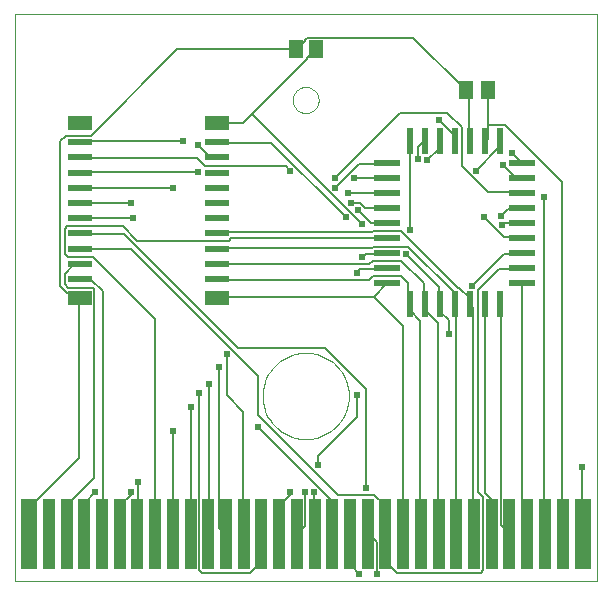
<source format=gtl>
G75*
G70*
%OFA0B0*%
%FSLAX24Y24*%
%IPPOS*%
%LPD*%
%AMOC8*
5,1,8,0,0,1.08239X$1,22.5*
%
%ADD10C,0.0000*%
%ADD11R,0.0787X0.0472*%
%ADD12R,0.0787X0.0236*%
%ADD13R,0.0551X0.2362*%
%ADD14R,0.0394X0.2362*%
%ADD15R,0.0512X0.0630*%
%ADD16R,0.0236X0.0866*%
%ADD17R,0.0866X0.0236*%
%ADD18R,0.0512X0.0591*%
%ADD19C,0.0060*%
%ADD20C,0.0240*%
D10*
X000303Y000269D02*
X019713Y000269D01*
X019713Y019166D01*
X000303Y019166D01*
X000303Y000269D01*
X008571Y006430D02*
X008573Y006505D01*
X008579Y006580D01*
X008589Y006655D01*
X008602Y006729D01*
X008620Y006802D01*
X008641Y006874D01*
X008666Y006945D01*
X008695Y007014D01*
X008728Y007082D01*
X008764Y007148D01*
X008803Y007213D01*
X008845Y007275D01*
X008891Y007334D01*
X008940Y007392D01*
X008992Y007446D01*
X009046Y007498D01*
X009104Y007547D01*
X009163Y007593D01*
X009225Y007635D01*
X009289Y007674D01*
X009356Y007710D01*
X009424Y007743D01*
X009493Y007772D01*
X009564Y007797D01*
X009636Y007818D01*
X009709Y007836D01*
X009783Y007849D01*
X009858Y007859D01*
X009933Y007865D01*
X010008Y007867D01*
X010083Y007865D01*
X010158Y007859D01*
X010233Y007849D01*
X010307Y007836D01*
X010380Y007818D01*
X010452Y007797D01*
X010523Y007772D01*
X010592Y007743D01*
X010660Y007710D01*
X010726Y007674D01*
X010791Y007635D01*
X010853Y007593D01*
X010912Y007547D01*
X010970Y007498D01*
X011024Y007446D01*
X011076Y007392D01*
X011125Y007334D01*
X011171Y007275D01*
X011213Y007213D01*
X011252Y007149D01*
X011288Y007082D01*
X011321Y007014D01*
X011350Y006945D01*
X011375Y006874D01*
X011396Y006802D01*
X011414Y006729D01*
X011427Y006655D01*
X011437Y006580D01*
X011443Y006505D01*
X011445Y006430D01*
X011443Y006355D01*
X011437Y006280D01*
X011427Y006205D01*
X011414Y006131D01*
X011396Y006058D01*
X011375Y005986D01*
X011350Y005915D01*
X011321Y005846D01*
X011288Y005778D01*
X011252Y005712D01*
X011213Y005647D01*
X011171Y005585D01*
X011125Y005526D01*
X011076Y005468D01*
X011024Y005414D01*
X010970Y005362D01*
X010912Y005313D01*
X010853Y005267D01*
X010791Y005225D01*
X010727Y005186D01*
X010660Y005150D01*
X010592Y005117D01*
X010523Y005088D01*
X010452Y005063D01*
X010380Y005042D01*
X010307Y005024D01*
X010233Y005011D01*
X010158Y005001D01*
X010083Y004995D01*
X010008Y004993D01*
X009933Y004995D01*
X009858Y005001D01*
X009783Y005011D01*
X009709Y005024D01*
X009636Y005042D01*
X009564Y005063D01*
X009493Y005088D01*
X009424Y005117D01*
X009356Y005150D01*
X009290Y005186D01*
X009225Y005225D01*
X009163Y005267D01*
X009104Y005313D01*
X009046Y005362D01*
X008992Y005414D01*
X008940Y005468D01*
X008891Y005526D01*
X008845Y005585D01*
X008803Y005647D01*
X008764Y005711D01*
X008728Y005778D01*
X008695Y005846D01*
X008666Y005915D01*
X008641Y005986D01*
X008620Y006058D01*
X008602Y006131D01*
X008589Y006205D01*
X008579Y006280D01*
X008573Y006355D01*
X008571Y006430D01*
X009575Y016292D02*
X009577Y016333D01*
X009583Y016374D01*
X009593Y016414D01*
X009606Y016453D01*
X009623Y016490D01*
X009644Y016526D01*
X009668Y016560D01*
X009695Y016591D01*
X009724Y016619D01*
X009757Y016645D01*
X009791Y016667D01*
X009828Y016686D01*
X009866Y016701D01*
X009906Y016713D01*
X009946Y016721D01*
X009987Y016725D01*
X010029Y016725D01*
X010070Y016721D01*
X010110Y016713D01*
X010150Y016701D01*
X010188Y016686D01*
X010224Y016667D01*
X010259Y016645D01*
X010292Y016619D01*
X010321Y016591D01*
X010348Y016560D01*
X010372Y016526D01*
X010393Y016490D01*
X010410Y016453D01*
X010423Y016414D01*
X010433Y016374D01*
X010439Y016333D01*
X010441Y016292D01*
X010439Y016251D01*
X010433Y016210D01*
X010423Y016170D01*
X010410Y016131D01*
X010393Y016094D01*
X010372Y016058D01*
X010348Y016024D01*
X010321Y015993D01*
X010292Y015965D01*
X010259Y015939D01*
X010225Y015917D01*
X010188Y015898D01*
X010150Y015883D01*
X010110Y015871D01*
X010070Y015863D01*
X010029Y015859D01*
X009987Y015859D01*
X009946Y015863D01*
X009906Y015871D01*
X009866Y015883D01*
X009828Y015898D01*
X009792Y015917D01*
X009757Y015939D01*
X009724Y015965D01*
X009695Y015993D01*
X009668Y016024D01*
X009644Y016058D01*
X009623Y016094D01*
X009606Y016131D01*
X009593Y016170D01*
X009583Y016210D01*
X009577Y016251D01*
X009575Y016292D01*
D11*
X007035Y015521D03*
X002469Y015521D03*
X002469Y009698D03*
X007035Y009698D03*
D12*
X007035Y010324D03*
X007035Y010832D03*
X007035Y011340D03*
X007035Y011848D03*
X007035Y012355D03*
X007035Y012863D03*
X007035Y013371D03*
X007035Y013879D03*
X007035Y014387D03*
X007035Y014895D03*
X002469Y014895D03*
X002469Y014387D03*
X002469Y013879D03*
X002469Y013371D03*
X002469Y012863D03*
X002469Y012355D03*
X002469Y011848D03*
X002469Y011340D03*
X002469Y010832D03*
X002469Y010324D03*
D13*
X000776Y001844D03*
X019240Y001844D03*
D14*
X018571Y001844D03*
X017980Y001844D03*
X017390Y001844D03*
X016799Y001844D03*
X016209Y001844D03*
X015618Y001844D03*
X015028Y001844D03*
X014437Y001844D03*
X013846Y001844D03*
X013256Y001844D03*
X012665Y001844D03*
X012075Y001844D03*
X011484Y001844D03*
X010894Y001844D03*
X010303Y001844D03*
X009713Y001844D03*
X009122Y001844D03*
X008531Y001844D03*
X007941Y001844D03*
X007350Y001844D03*
X006760Y001844D03*
X006169Y001844D03*
X005579Y001844D03*
X004988Y001844D03*
X004398Y001844D03*
X003807Y001844D03*
X003217Y001844D03*
X002626Y001844D03*
X002035Y001844D03*
X001445Y001844D03*
D15*
X015335Y016639D03*
X016083Y016639D03*
D16*
X015969Y014914D03*
X015469Y014914D03*
X014969Y014914D03*
X014469Y014914D03*
X013969Y014914D03*
X013469Y014914D03*
X016469Y014914D03*
X016469Y009481D03*
X015969Y009481D03*
X015469Y009481D03*
X014969Y009481D03*
X014469Y009481D03*
X013969Y009481D03*
X013469Y009481D03*
D17*
X012724Y010198D03*
X012724Y010698D03*
X012724Y011198D03*
X012724Y011698D03*
X012724Y012198D03*
X012724Y012698D03*
X012724Y013198D03*
X012724Y013698D03*
X012724Y014198D03*
X017213Y014198D03*
X017213Y013698D03*
X017213Y013198D03*
X017213Y012698D03*
X017213Y012198D03*
X017213Y011698D03*
X017213Y011198D03*
X017213Y010698D03*
X017213Y010198D03*
D18*
X010343Y017985D03*
X009673Y017985D03*
D19*
X005717Y017985D01*
X002843Y015111D01*
X002016Y015111D01*
X001819Y014914D01*
X001819Y010111D01*
X002449Y009481D01*
X002469Y009698D01*
X002449Y009678D01*
X002449Y009481D01*
X002449Y004363D01*
X000795Y002710D01*
X000795Y001844D01*
X000776Y001844D01*
X002035Y001844D02*
X002055Y001844D01*
X002055Y002788D01*
X002961Y003694D01*
X002961Y009993D01*
X002921Y010033D01*
X002094Y010033D01*
X001976Y010151D01*
X001976Y010505D01*
X002291Y010820D01*
X002449Y010820D01*
X002469Y010832D01*
X002094Y011056D02*
X002921Y011056D01*
X004969Y009009D01*
X004969Y001844D01*
X004988Y001844D01*
X004417Y001844D02*
X004398Y001844D01*
X004417Y001844D02*
X004417Y003576D01*
X004181Y003222D02*
X004181Y003143D01*
X003827Y002788D01*
X003827Y001844D01*
X003807Y001844D01*
X003236Y001844D02*
X003217Y001844D01*
X003236Y001844D02*
X003236Y009914D01*
X002843Y010308D01*
X002488Y010308D01*
X002469Y010324D01*
X002094Y011056D02*
X001976Y011174D01*
X001976Y012001D01*
X002055Y012080D01*
X003906Y012080D01*
X004378Y011607D01*
X007449Y011607D01*
X007528Y011686D01*
X012724Y011686D01*
X012724Y011698D01*
X012252Y011922D02*
X013197Y011922D01*
X015087Y010033D01*
X015126Y010033D01*
X015441Y009718D01*
X015441Y009481D01*
X015469Y009481D01*
X015480Y009481D01*
X015598Y009363D01*
X015598Y001844D01*
X015618Y001844D01*
X016189Y001844D02*
X016209Y001844D01*
X016189Y001844D02*
X016189Y002985D01*
X015992Y003182D01*
X015992Y009481D01*
X015969Y009481D01*
X015756Y009954D02*
X015756Y003222D01*
X015913Y003064D01*
X015913Y000623D01*
X015835Y000544D01*
X013039Y000544D01*
X012685Y000899D01*
X012685Y001844D01*
X012665Y001844D01*
X012646Y001844D01*
X012646Y002788D01*
X012291Y003143D01*
X011071Y003143D01*
X008433Y005781D01*
X008433Y007080D01*
X004181Y011332D01*
X002488Y011332D01*
X002469Y011340D01*
X002488Y011844D02*
X002469Y011848D01*
X002488Y011844D02*
X003945Y011844D01*
X007764Y008025D01*
X010638Y008025D01*
X012016Y006647D01*
X012016Y003379D01*
X010874Y002946D02*
X010874Y001844D01*
X010894Y001844D01*
X010303Y001844D02*
X010283Y001844D01*
X010283Y003222D01*
X009969Y003222D02*
X009969Y002080D01*
X009732Y001844D01*
X009713Y001844D01*
X009142Y001844D02*
X009122Y001844D01*
X009142Y001844D02*
X009142Y002788D01*
X009496Y003143D01*
X009496Y003222D01*
X010402Y004127D02*
X010402Y004442D01*
X011701Y005741D01*
X011701Y006450D01*
X013236Y008773D02*
X012272Y009737D01*
X012252Y009718D01*
X007055Y009718D01*
X007035Y009698D01*
X007055Y010308D02*
X007035Y010324D01*
X007055Y010308D02*
X012134Y010308D01*
X012252Y010426D01*
X013197Y010426D01*
X013433Y010190D01*
X013433Y009481D01*
X013469Y009481D01*
X013472Y009481D01*
X013472Y009285D01*
X013827Y008930D01*
X013827Y001844D01*
X013846Y001844D01*
X014417Y001844D02*
X014437Y001844D01*
X014417Y001844D02*
X014417Y008851D01*
X013984Y009285D01*
X013984Y009481D01*
X013969Y009481D01*
X013945Y009481D01*
X013945Y010190D01*
X013197Y010938D01*
X012252Y010938D01*
X012134Y010820D01*
X007055Y010820D01*
X007035Y010832D01*
X007035Y011340D02*
X007055Y011371D01*
X012213Y011371D01*
X012252Y011411D01*
X013433Y011411D01*
X014969Y009875D01*
X014969Y009481D01*
X015008Y009442D01*
X015008Y001844D01*
X015028Y001844D01*
X016504Y002119D02*
X016780Y001844D01*
X016799Y001844D01*
X016504Y002119D02*
X016504Y009481D01*
X016469Y009481D01*
X017213Y010198D02*
X017213Y002001D01*
X017370Y001844D01*
X017390Y001844D01*
X017961Y001844D02*
X017980Y001844D01*
X017961Y001844D02*
X017961Y013064D01*
X018551Y013576D02*
X018551Y001844D01*
X018571Y001844D01*
X019220Y001844D02*
X019240Y001844D01*
X019220Y001844D02*
X019220Y004048D01*
X014772Y008497D02*
X014772Y008970D01*
X014496Y009245D01*
X014496Y009481D01*
X014469Y009481D01*
X014457Y009481D01*
X014457Y010072D01*
X013354Y011174D01*
X012724Y011174D02*
X012724Y011198D01*
X012724Y011174D02*
X012016Y011174D01*
X011898Y011056D01*
X011819Y010662D02*
X011701Y010544D01*
X011819Y010662D02*
X012724Y010662D01*
X012724Y010698D01*
X012724Y010198D02*
X012724Y010190D01*
X012272Y009737D01*
X013236Y008773D02*
X013236Y001844D01*
X013256Y001844D01*
X012370Y001568D02*
X012094Y001844D01*
X012075Y001844D01*
X012370Y001568D02*
X012370Y000505D01*
X011780Y000505D02*
X011504Y000781D01*
X011504Y001844D01*
X011484Y001844D01*
X010874Y002946D02*
X008433Y005387D01*
X007921Y005899D02*
X007921Y001844D01*
X007941Y001844D01*
X008512Y001844D02*
X008531Y001844D01*
X008512Y001844D02*
X008512Y000899D01*
X008157Y000544D01*
X006543Y000544D01*
X006465Y000623D01*
X006465Y006529D01*
X006780Y006844D02*
X006780Y001844D01*
X006760Y001844D01*
X007134Y002040D02*
X007331Y001844D01*
X007350Y001844D01*
X007134Y002040D02*
X007134Y007395D01*
X007370Y007828D02*
X007370Y006450D01*
X007921Y005899D01*
X006189Y006056D02*
X006189Y001844D01*
X006169Y001844D01*
X005598Y001844D02*
X005579Y001844D01*
X005598Y001844D02*
X005598Y005269D01*
X003000Y003222D02*
X002646Y002867D01*
X002646Y001844D01*
X002626Y001844D01*
X007035Y011848D02*
X007055Y011883D01*
X012213Y011883D01*
X012252Y011922D01*
X011898Y012159D02*
X008217Y015840D01*
X010047Y017670D01*
X010047Y017710D01*
X010323Y017985D01*
X010343Y017985D01*
X009969Y018261D02*
X009969Y018300D01*
X010047Y018379D01*
X013591Y018379D01*
X015323Y016647D01*
X015335Y016639D01*
X015362Y016607D01*
X015441Y016529D01*
X015441Y014914D01*
X015469Y014914D01*
X015969Y014914D02*
X015992Y014914D01*
X016071Y014993D01*
X016071Y015466D01*
X016661Y015466D01*
X018551Y013576D01*
X017213Y013698D02*
X017213Y013733D01*
X016976Y013733D01*
X016583Y014127D01*
X016898Y014521D02*
X017213Y014206D01*
X017213Y014198D01*
X016465Y014718D02*
X016465Y014914D01*
X016469Y014914D01*
X016465Y014718D02*
X015677Y013930D01*
X015205Y014088D02*
X015205Y015387D01*
X014732Y015859D01*
X013157Y015859D01*
X010992Y013694D01*
X010992Y013379D02*
X011780Y014166D01*
X012724Y014166D01*
X012724Y014198D01*
X012724Y013698D02*
X012724Y013694D01*
X011622Y013694D01*
X011425Y013182D02*
X012724Y013182D01*
X012724Y013198D01*
X012724Y012710D02*
X012724Y012698D01*
X012724Y012710D02*
X011976Y012710D01*
X011819Y012867D01*
X011504Y012867D01*
X011740Y012631D02*
X012173Y012198D01*
X012724Y012198D01*
X013472Y011962D02*
X013472Y014914D01*
X013469Y014914D01*
X013748Y014718D02*
X013945Y014914D01*
X013969Y014914D01*
X013748Y014718D02*
X013748Y014324D01*
X014063Y014285D02*
X014457Y014678D01*
X014457Y014914D01*
X014469Y014914D01*
X014969Y014914D02*
X014969Y015111D01*
X014457Y015623D01*
X015205Y014088D02*
X016071Y013222D01*
X017213Y013222D01*
X017213Y013198D01*
X017213Y012698D02*
X017213Y012670D01*
X016740Y012670D01*
X016504Y012434D01*
X016622Y012198D02*
X016543Y012119D01*
X016622Y012198D02*
X017213Y012198D01*
X017213Y011725D02*
X016622Y011725D01*
X015953Y012395D01*
X017213Y011725D02*
X017213Y011698D01*
X017213Y011198D02*
X017213Y011174D01*
X016622Y011174D01*
X015559Y010111D01*
X015756Y009954D02*
X016465Y010662D01*
X017213Y010662D01*
X017213Y010698D01*
X016071Y015466D02*
X016071Y016607D01*
X016083Y016639D01*
X011346Y012395D02*
X008866Y014875D01*
X007055Y014875D01*
X007035Y014895D01*
X007016Y014403D02*
X006819Y014403D01*
X006425Y014796D01*
X006386Y014363D02*
X006661Y014088D01*
X009339Y014088D01*
X009496Y013930D01*
X007921Y015544D02*
X007055Y015544D01*
X007035Y015521D01*
X007921Y015544D02*
X008217Y015840D01*
X007016Y014403D02*
X007035Y014387D01*
X006386Y014363D02*
X002488Y014363D01*
X002469Y014387D01*
X002488Y013891D02*
X002469Y013879D01*
X002488Y013891D02*
X006425Y013891D01*
X005598Y013379D02*
X002488Y013379D01*
X002469Y013371D01*
X002488Y012867D02*
X002469Y012863D01*
X002488Y012867D02*
X004181Y012867D01*
X004260Y012355D02*
X002469Y012355D01*
X002469Y014895D02*
X002488Y014914D01*
X005913Y014914D01*
X009673Y017985D02*
X009693Y017985D01*
X009969Y018261D01*
D20*
X006425Y014796D03*
X005913Y014914D03*
X006425Y013891D03*
X005598Y013379D03*
X004181Y012867D03*
X004260Y012355D03*
X007370Y007828D03*
X007134Y007395D03*
X006780Y006844D03*
X006465Y006529D03*
X006189Y006056D03*
X005598Y005269D03*
X004417Y003576D03*
X004181Y003222D03*
X003000Y003222D03*
X008433Y005387D03*
X010402Y004127D03*
X010283Y003222D03*
X009969Y003222D03*
X009496Y003222D03*
X012016Y003379D03*
X011780Y000505D03*
X012370Y000505D03*
X011701Y006450D03*
X014772Y008497D03*
X015559Y010111D03*
X016543Y012119D03*
X016504Y012434D03*
X015953Y012395D03*
X015677Y013930D03*
X016583Y014127D03*
X016898Y014521D03*
X017961Y013064D03*
X014457Y015623D03*
X013748Y014324D03*
X014063Y014285D03*
X011740Y012631D03*
X011504Y012867D03*
X011425Y013182D03*
X010992Y013379D03*
X010992Y013694D03*
X011622Y013694D03*
X011346Y012395D03*
X011898Y012159D03*
X011898Y011056D03*
X011701Y010544D03*
X013354Y011174D03*
X013472Y011962D03*
X009496Y013930D03*
X019220Y004048D03*
M02*

</source>
